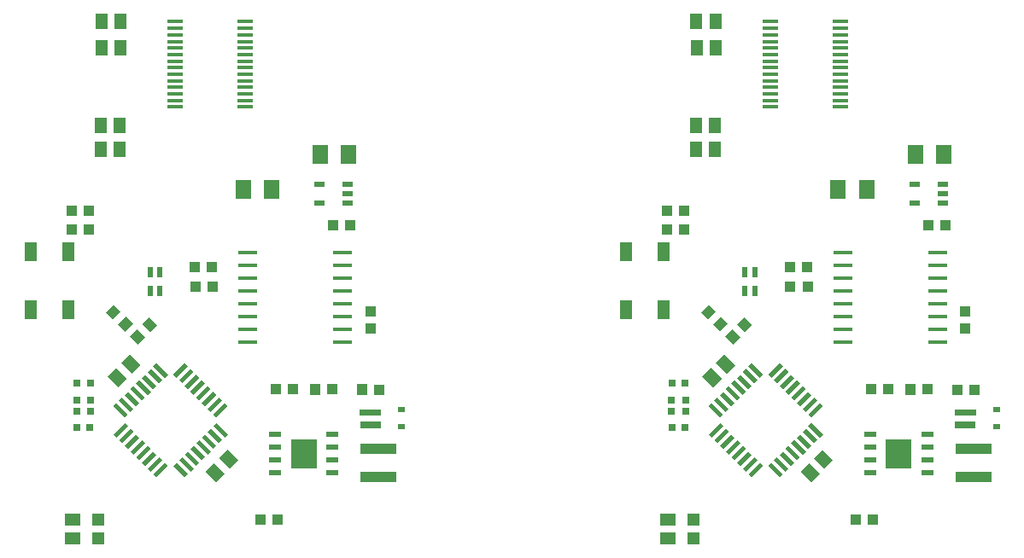
<source format=gbr>
%FSLAX34Y34*%
%MOMM*%
%LNSMDMASK_TOP*%
G71*
G01*
%ADD10R,1.200X1.900*%
%ADD11R,1.880X0.430*%
%ADD12R,1.100X1.000*%
%ADD13R,1.000X0.500*%
%ADD14R,1.500X1.900*%
%ADD15R,1.000X1.100*%
%ADD16R,1.300X1.200*%
%ADD17R,0.800X0.700*%
%ADD18R,1.550X0.320*%
%ADD19R,1.200X1.500*%
%ADD20R,1.500X1.200*%
%ADD21R,1.210X0.550*%
%ADD22R,2.550X2.900*%
%ADD23R,2.100X0.640*%
%ADD24R,3.600X1.100*%
%ADD25R,0.700X0.500*%
%ADD26R,0.500X1.100*%
%LPD*%
X86500Y326500D02*
G54D10*
D03*
X124000Y326500D02*
G54D10*
D03*
X86500Y269000D02*
G54D10*
D03*
X124000Y269000D02*
G54D10*
D03*
X395799Y236989D02*
G54D11*
D03*
X302099Y236989D02*
G54D11*
D03*
X395799Y249689D02*
G54D11*
D03*
X302099Y249689D02*
G54D11*
D03*
X395799Y262389D02*
G54D11*
D03*
X302099Y262389D02*
G54D11*
D03*
X395799Y275090D02*
G54D11*
D03*
X302099Y275089D02*
G54D11*
D03*
X395799Y287790D02*
G54D11*
D03*
X302099Y287789D02*
G54D11*
D03*
X395799Y300490D02*
G54D11*
D03*
X302099Y300489D02*
G54D11*
D03*
X395799Y313190D02*
G54D11*
D03*
X302099Y313190D02*
G54D11*
D03*
X395799Y325889D02*
G54D11*
D03*
X302099Y325889D02*
G54D11*
D03*
X423378Y267058D02*
G54D12*
D03*
X423378Y250058D02*
G54D12*
D03*
X401115Y374760D02*
G54D13*
D03*
X373115Y374760D02*
G54D13*
D03*
X401115Y384260D02*
G54D13*
D03*
X401115Y393760D02*
G54D13*
D03*
X373115Y393760D02*
G54D13*
D03*
X401715Y423060D02*
G54D14*
D03*
X373715Y423060D02*
G54D14*
D03*
X325315Y388460D02*
G54D14*
D03*
X297315Y388460D02*
G54D14*
D03*
X386814Y352560D02*
G54D15*
D03*
X403815Y352560D02*
G54D15*
D03*
G36*
X282132Y173391D02*
X270818Y162076D01*
X267636Y165258D01*
X278949Y176572D01*
X282132Y173391D01*
G37*
G36*
X276475Y179047D02*
X265162Y167733D01*
X261980Y170915D01*
X273293Y182229D01*
X276475Y179047D01*
G37*
G36*
X270818Y184704D02*
X259505Y173390D01*
X256323Y176572D01*
X267636Y187886D01*
X270818Y184704D01*
G37*
G36*
X265161Y190362D02*
X253848Y179047D01*
X250666Y182229D01*
X261979Y193543D01*
X265161Y190362D01*
G37*
G36*
X259505Y196019D02*
X248192Y184704D01*
X245009Y187886D01*
X256322Y199200D01*
X259505Y196019D01*
G37*
G36*
X253847Y201676D02*
X242534Y190361D01*
X239352Y193543D01*
X250665Y204857D01*
X253847Y201676D01*
G37*
G36*
X248190Y207332D02*
X236876Y196019D01*
X233694Y199201D01*
X245008Y210514D01*
X248190Y207332D01*
G37*
G36*
X242534Y212989D02*
X231220Y201676D01*
X228038Y204859D01*
X239353Y216171D01*
X242534Y212989D01*
G37*
G36*
X183140Y153592D02*
X171827Y142278D01*
X168645Y145459D01*
X179958Y156774D01*
X183140Y153592D01*
G37*
G36*
X188797Y147934D02*
X177483Y136620D01*
X174301Y139803D01*
X185616Y151116D01*
X188797Y147934D01*
G37*
G36*
X194455Y142277D02*
X183141Y130964D01*
X179959Y134146D01*
X191273Y145460D01*
X194455Y142277D01*
G37*
G36*
X200110Y136621D02*
X188797Y125307D01*
X185615Y128489D01*
X196928Y139803D01*
X200110Y136621D01*
G37*
G36*
X205768Y130963D02*
X194454Y119650D01*
X191272Y122832D01*
X202586Y134145D01*
X205768Y130963D01*
G37*
G36*
X211425Y125306D02*
X200111Y113993D01*
X196929Y117175D01*
X208243Y128488D01*
X211425Y125306D01*
G37*
G36*
X217081Y119650D02*
X205767Y108336D01*
X202585Y111518D01*
X213899Y122832D01*
X217081Y119650D01*
G37*
G36*
X222737Y113992D02*
X211423Y102678D01*
X208241Y105860D01*
X219555Y117174D01*
X222737Y113992D01*
G37*
G36*
X270819Y156773D02*
X282132Y145459D01*
X278950Y142277D01*
X267637Y153591D01*
X270819Y156773D01*
G37*
G36*
X265162Y151116D02*
X276476Y139803D01*
X273294Y136621D01*
X261980Y147934D01*
X265162Y151116D01*
G37*
G36*
X259506Y145460D02*
X270819Y134146D01*
X267637Y130964D01*
X256324Y142278D01*
X259506Y145460D01*
G37*
G36*
X253849Y139803D02*
X265163Y128489D01*
X261981Y125307D01*
X250667Y136621D01*
X253849Y139803D01*
G37*
G36*
X248191Y134145D02*
X259505Y122831D01*
X256324Y119649D01*
X245009Y130963D01*
X248191Y134145D01*
G37*
G36*
X242535Y128488D02*
X253849Y117174D01*
X250667Y113992D01*
X239353Y125306D01*
X242535Y128488D01*
G37*
G36*
X236878Y122830D02*
X248192Y111516D01*
X245010Y108334D01*
X233696Y119648D01*
X236878Y122830D01*
G37*
G36*
X231221Y117173D02*
X242535Y105860D01*
X239353Y102678D01*
X228039Y113991D01*
X231221Y117173D01*
G37*
G36*
X211422Y216172D02*
X222736Y204858D01*
X219554Y201676D01*
X208240Y212990D01*
X211422Y216172D01*
G37*
G36*
X205766Y210516D02*
X217079Y199201D01*
X213897Y196020D01*
X202584Y207334D01*
X205766Y210516D01*
G37*
G36*
X200110Y204859D02*
X211423Y193545D01*
X208241Y190363D01*
X196928Y201677D01*
X200110Y204859D01*
G37*
G36*
X194453Y199202D02*
X205767Y187888D01*
X202584Y184706D01*
X191271Y196020D01*
X194453Y199202D01*
G37*
G36*
X188797Y193544D02*
X200111Y182230D01*
X196929Y179048D01*
X185615Y190362D01*
X188797Y193544D01*
G37*
G36*
X183141Y187886D02*
X194454Y176572D01*
X191272Y173390D01*
X179959Y184704D01*
X183141Y187886D01*
G37*
G36*
X177483Y182229D02*
X188797Y170916D01*
X185615Y167734D01*
X174301Y179047D01*
X177483Y182229D01*
G37*
G36*
X171826Y176572D02*
X183140Y165259D01*
X179959Y162077D01*
X168644Y173390D01*
X171826Y176572D01*
G37*
G36*
X259693Y108363D02*
X268179Y116848D01*
X278785Y106241D01*
X270300Y97756D01*
X259693Y108363D01*
G37*
G36*
X273127Y121796D02*
X281612Y130282D01*
X292219Y119676D01*
X283734Y111190D01*
X273127Y121796D01*
G37*
G36*
X162690Y202880D02*
X171175Y211364D01*
X181781Y200757D01*
X173296Y192272D01*
X162690Y202880D01*
G37*
G36*
X176126Y216314D02*
X184611Y224799D01*
X195218Y214192D01*
X186732Y205707D01*
X176126Y216314D01*
G37*
X153820Y42045D02*
G54D16*
D03*
X153820Y61045D02*
G54D16*
D03*
X132134Y168311D02*
G54D17*
D03*
X146034Y168310D02*
G54D17*
D03*
X132134Y179311D02*
G54D17*
D03*
X146034Y179311D02*
G54D17*
D03*
X145573Y152198D02*
G54D17*
D03*
X132574Y152198D02*
G54D17*
D03*
X145642Y195826D02*
G54D17*
D03*
X132643Y195827D02*
G54D17*
D03*
X299643Y470275D02*
G54D18*
D03*
X299644Y476775D02*
G54D18*
D03*
X299644Y483275D02*
G54D18*
D03*
X299644Y489775D02*
G54D18*
D03*
X299644Y496275D02*
G54D18*
D03*
X299644Y502775D02*
G54D18*
D03*
X299644Y509275D02*
G54D18*
D03*
X299644Y515775D02*
G54D18*
D03*
X299644Y522275D02*
G54D18*
D03*
X299644Y528775D02*
G54D18*
D03*
X299644Y535275D02*
G54D18*
D03*
X299644Y541775D02*
G54D18*
D03*
X299644Y548275D02*
G54D18*
D03*
X299644Y554775D02*
G54D18*
D03*
X229644Y470275D02*
G54D18*
D03*
X229644Y476775D02*
G54D18*
D03*
X229644Y483275D02*
G54D18*
D03*
X229644Y489775D02*
G54D18*
D03*
X229644Y496275D02*
G54D18*
D03*
X229644Y502775D02*
G54D18*
D03*
X229644Y509275D02*
G54D18*
D03*
X229644Y515775D02*
G54D18*
D03*
X229644Y522275D02*
G54D18*
D03*
X229644Y528775D02*
G54D18*
D03*
X229644Y535275D02*
G54D18*
D03*
X229644Y541775D02*
G54D18*
D03*
X229644Y548275D02*
G54D18*
D03*
X229644Y554775D02*
G54D18*
D03*
X175250Y427900D02*
G54D19*
D03*
X156250Y427900D02*
G54D19*
D03*
G36*
X150186Y459557D02*
X162186Y459557D01*
X162186Y444557D01*
X150186Y444557D01*
X150186Y459557D01*
G37*
X175186Y452057D02*
G54D19*
D03*
X175882Y529170D02*
G54D19*
D03*
X156882Y529170D02*
G54D19*
D03*
X175768Y555523D02*
G54D19*
D03*
X156767Y555523D02*
G54D19*
D03*
X128323Y60818D02*
G54D20*
D03*
X128323Y41820D02*
G54D20*
D03*
X249600Y311700D02*
G54D15*
D03*
X266600Y311700D02*
G54D15*
D03*
X249900Y291500D02*
G54D15*
D03*
X266900Y291500D02*
G54D15*
D03*
X386000Y145100D02*
G54D21*
D03*
X386000Y132400D02*
G54D21*
D03*
X386000Y119700D02*
G54D21*
D03*
X386000Y107000D02*
G54D21*
D03*
X329100Y145100D02*
G54D21*
D03*
X329100Y132400D02*
G54D21*
D03*
X329100Y119700D02*
G54D21*
D03*
X329100Y107000D02*
G54D21*
D03*
X357400Y126100D02*
G54D22*
D03*
X330100Y190000D02*
G54D15*
D03*
X347100Y190000D02*
G54D15*
D03*
G36*
X363900Y195500D02*
X373900Y195500D01*
X373900Y184500D01*
X363900Y184500D01*
X363900Y195500D01*
G37*
X385900Y190000D02*
G54D15*
D03*
G36*
X410500Y195200D02*
X420500Y195200D01*
X420500Y184200D01*
X410500Y184200D01*
X410500Y195200D01*
G37*
X432500Y189700D02*
G54D15*
D03*
G36*
X412900Y170100D02*
X433900Y170100D01*
X433900Y163700D01*
X412900Y163700D01*
X412900Y170100D01*
G37*
X423400Y154400D02*
G54D23*
D03*
X431400Y130900D02*
G54D24*
D03*
X431400Y130900D02*
G54D24*
D03*
X431400Y102900D02*
G54D24*
D03*
X454275Y170088D02*
G54D25*
D03*
X454275Y153087D02*
G54D25*
D03*
X314500Y60900D02*
G54D15*
D03*
X331500Y60900D02*
G54D15*
D03*
X144540Y367179D02*
G54D15*
D03*
X127540Y367179D02*
G54D15*
D03*
G36*
X168946Y274143D02*
X176018Y267072D01*
X168239Y259294D01*
X161168Y266365D01*
X168946Y274143D01*
G37*
G36*
X180967Y262123D02*
X188038Y255052D01*
X180260Y247273D01*
X173189Y254344D01*
X180967Y262123D01*
G37*
G36*
X212059Y253666D02*
X204988Y246595D01*
X197209Y254373D01*
X204280Y261444D01*
X212059Y253666D01*
G37*
G36*
X200038Y241645D02*
X192967Y234573D01*
X185189Y242351D01*
X192260Y249423D01*
X200038Y241645D01*
G37*
X144440Y348679D02*
G54D15*
D03*
X127440Y348679D02*
G54D15*
D03*
X214407Y287916D02*
G54D26*
D03*
X204907Y287916D02*
G54D26*
D03*
X214407Y305917D02*
G54D26*
D03*
X204907Y305917D02*
G54D26*
D03*
X676500Y326500D02*
G54D10*
D03*
X714000Y326500D02*
G54D10*
D03*
X676500Y269000D02*
G54D10*
D03*
X714000Y269000D02*
G54D10*
D03*
X985799Y236989D02*
G54D11*
D03*
X892099Y236989D02*
G54D11*
D03*
X985799Y249689D02*
G54D11*
D03*
X892099Y249689D02*
G54D11*
D03*
X985799Y262389D02*
G54D11*
D03*
X892099Y262389D02*
G54D11*
D03*
X985799Y275090D02*
G54D11*
D03*
X892099Y275089D02*
G54D11*
D03*
X985799Y287790D02*
G54D11*
D03*
X892099Y287789D02*
G54D11*
D03*
X985799Y300490D02*
G54D11*
D03*
X892099Y300489D02*
G54D11*
D03*
X985799Y313190D02*
G54D11*
D03*
X892099Y313190D02*
G54D11*
D03*
X985799Y325889D02*
G54D11*
D03*
X892099Y325889D02*
G54D11*
D03*
X1013378Y267058D02*
G54D12*
D03*
X1013378Y250058D02*
G54D12*
D03*
X991115Y374760D02*
G54D13*
D03*
X963115Y374760D02*
G54D13*
D03*
X991115Y384260D02*
G54D13*
D03*
X991115Y393760D02*
G54D13*
D03*
X963115Y393760D02*
G54D13*
D03*
X991715Y423060D02*
G54D14*
D03*
X963715Y423060D02*
G54D14*
D03*
X915315Y388460D02*
G54D14*
D03*
X887315Y388460D02*
G54D14*
D03*
X976814Y352560D02*
G54D15*
D03*
X993815Y352560D02*
G54D15*
D03*
G36*
X872132Y173390D02*
X860819Y162076D01*
X857637Y165258D01*
X868950Y176572D01*
X872132Y173390D01*
G37*
G36*
X866476Y179047D02*
X855162Y167733D01*
X851980Y170915D01*
X863293Y182229D01*
X866476Y179047D01*
G37*
G36*
X860818Y184705D02*
X849505Y173390D01*
X846323Y176572D01*
X857636Y187886D01*
X860818Y184705D01*
G37*
G36*
X855161Y190362D02*
X843848Y179047D01*
X840666Y182229D01*
X851979Y193544D01*
X855161Y190362D01*
G37*
G36*
X849505Y196019D02*
X838192Y184704D01*
X835010Y187886D01*
X846323Y199200D01*
X849505Y196019D01*
G37*
G36*
X843847Y201675D02*
X832534Y190361D01*
X829352Y193543D01*
X840665Y204857D01*
X843847Y201675D01*
G37*
G36*
X838190Y207332D02*
X826876Y196019D01*
X823695Y199201D01*
X835008Y210514D01*
X838190Y207332D01*
G37*
G36*
X832535Y212988D02*
X821220Y201676D01*
X818038Y204859D01*
X829353Y216171D01*
X832535Y212988D01*
G37*
G36*
X773141Y153592D02*
X761827Y142278D01*
X758645Y145459D01*
X769959Y156774D01*
X773141Y153592D01*
G37*
G36*
X778798Y147934D02*
X767484Y136620D01*
X764302Y139802D01*
X775616Y151116D01*
X778798Y147934D01*
G37*
G36*
X784455Y142277D02*
X773141Y130964D01*
X769959Y134146D01*
X781273Y145459D01*
X784455Y142277D01*
G37*
G36*
X790111Y136621D02*
X778797Y125307D01*
X775615Y128489D01*
X786929Y139803D01*
X790111Y136621D01*
G37*
G36*
X795769Y130963D02*
X784454Y119649D01*
X781273Y122832D01*
X792587Y134145D01*
X795769Y130963D01*
G37*
G36*
X801425Y125306D02*
X790111Y113993D01*
X786929Y117175D01*
X798243Y128488D01*
X801425Y125306D01*
G37*
G36*
X807081Y119650D02*
X795768Y108336D01*
X792586Y111518D01*
X803899Y122832D01*
X807081Y119650D01*
G37*
G36*
X812737Y113992D02*
X801424Y102678D01*
X798242Y105860D01*
X809555Y117174D01*
X812737Y113992D01*
G37*
G36*
X860820Y156773D02*
X872133Y145459D01*
X868950Y142277D01*
X857637Y153591D01*
X860820Y156773D01*
G37*
G36*
X855162Y151116D02*
X866477Y139803D01*
X863295Y136621D01*
X851981Y147934D01*
X855162Y151116D01*
G37*
G36*
X849506Y145460D02*
X860820Y134146D01*
X857638Y130964D01*
X846324Y142278D01*
X849506Y145460D01*
G37*
G36*
X843849Y139802D02*
X855163Y128489D01*
X851981Y125307D01*
X840667Y136620D01*
X843849Y139802D01*
G37*
G36*
X838192Y134144D02*
X849506Y122831D01*
X846324Y119649D01*
X835010Y130962D01*
X838192Y134144D01*
G37*
G36*
X832536Y128487D02*
X843849Y117173D01*
X840667Y113991D01*
X829354Y125306D01*
X832536Y128487D01*
G37*
G36*
X826879Y122830D02*
X838192Y111516D01*
X835010Y108334D01*
X823697Y119648D01*
X826879Y122830D01*
G37*
G36*
X821222Y117173D02*
X832536Y105859D01*
X829353Y102677D01*
X818040Y113991D01*
X821222Y117173D01*
G37*
G36*
X801422Y216172D02*
X812736Y204858D01*
X809554Y201676D01*
X798240Y212990D01*
X801422Y216172D01*
G37*
G36*
X795767Y210516D02*
X807079Y199201D01*
X803897Y196020D01*
X792584Y207334D01*
X795767Y210516D01*
G37*
G36*
X790110Y204859D02*
X801424Y193545D01*
X798241Y190363D01*
X786928Y201677D01*
X790110Y204859D01*
G37*
G36*
X784453Y199202D02*
X795767Y187887D01*
X792585Y184706D01*
X781271Y196020D01*
X784453Y199202D01*
G37*
G36*
X778798Y193544D02*
X790111Y182230D01*
X786929Y179048D01*
X775616Y190362D01*
X778798Y193544D01*
G37*
G36*
X773141Y187885D02*
X784455Y176572D01*
X781273Y173390D01*
X769959Y184703D01*
X773141Y187885D01*
G37*
G36*
X767483Y182229D02*
X778797Y170916D01*
X775615Y167734D01*
X764301Y179047D01*
X767483Y182229D01*
G37*
G36*
X761826Y176572D02*
X773141Y165259D01*
X769959Y162076D01*
X758644Y173389D01*
X761826Y176572D01*
G37*
G36*
X849694Y108362D02*
X858179Y116848D01*
X868786Y106241D01*
X860300Y97756D01*
X849694Y108362D01*
G37*
G36*
X863127Y121796D02*
X871612Y130282D01*
X882219Y119675D01*
X873734Y111190D01*
X863127Y121796D01*
G37*
G36*
X752690Y202879D02*
X761175Y211364D01*
X771782Y200757D01*
X763296Y192272D01*
X752690Y202879D01*
G37*
G36*
X766126Y216314D02*
X774612Y224799D01*
X785218Y214192D01*
X776732Y205707D01*
X766126Y216314D01*
G37*
X743820Y42045D02*
G54D16*
D03*
X743820Y61045D02*
G54D16*
D03*
X722134Y168311D02*
G54D17*
D03*
X736034Y168310D02*
G54D17*
D03*
X722135Y179311D02*
G54D17*
D03*
X736034Y179311D02*
G54D17*
D03*
X735573Y152198D02*
G54D17*
D03*
X722574Y152198D02*
G54D17*
D03*
X735642Y195826D02*
G54D17*
D03*
X722643Y195827D02*
G54D17*
D03*
X889644Y470275D02*
G54D18*
D03*
X889644Y476775D02*
G54D18*
D03*
X889644Y483275D02*
G54D18*
D03*
X889644Y489775D02*
G54D18*
D03*
X889644Y496275D02*
G54D18*
D03*
X889644Y502775D02*
G54D18*
D03*
X889644Y509275D02*
G54D18*
D03*
X889644Y515775D02*
G54D18*
D03*
X889644Y522275D02*
G54D18*
D03*
X889644Y528775D02*
G54D18*
D03*
X889644Y535275D02*
G54D18*
D03*
X889644Y541775D02*
G54D18*
D03*
X889644Y548275D02*
G54D18*
D03*
X889644Y554775D02*
G54D18*
D03*
X819644Y470275D02*
G54D18*
D03*
X819644Y476775D02*
G54D18*
D03*
X819644Y483275D02*
G54D18*
D03*
X819644Y489775D02*
G54D18*
D03*
X819644Y496275D02*
G54D18*
D03*
X819644Y502775D02*
G54D18*
D03*
X819644Y509275D02*
G54D18*
D03*
X819644Y515775D02*
G54D18*
D03*
X819644Y522275D02*
G54D18*
D03*
X819644Y528775D02*
G54D18*
D03*
X819644Y535275D02*
G54D18*
D03*
X819644Y541775D02*
G54D18*
D03*
X819644Y548275D02*
G54D18*
D03*
X819644Y554775D02*
G54D18*
D03*
X765250Y427900D02*
G54D19*
D03*
X746250Y427900D02*
G54D19*
D03*
G36*
X740186Y459557D02*
X752186Y459557D01*
X752186Y444557D01*
X740186Y444557D01*
X740186Y459557D01*
G37*
X765186Y452057D02*
G54D19*
D03*
X765882Y529170D02*
G54D19*
D03*
X746882Y529170D02*
G54D19*
D03*
X765768Y555523D02*
G54D19*
D03*
X746767Y555523D02*
G54D19*
D03*
X718323Y60818D02*
G54D20*
D03*
X718323Y41820D02*
G54D20*
D03*
X839600Y311700D02*
G54D15*
D03*
X856600Y311700D02*
G54D15*
D03*
X839900Y291500D02*
G54D15*
D03*
X856900Y291500D02*
G54D15*
D03*
X976000Y145100D02*
G54D21*
D03*
X976000Y132400D02*
G54D21*
D03*
X976000Y119700D02*
G54D21*
D03*
X976000Y107000D02*
G54D21*
D03*
X919100Y145100D02*
G54D21*
D03*
X919100Y132400D02*
G54D21*
D03*
X919100Y119700D02*
G54D21*
D03*
X919100Y107000D02*
G54D21*
D03*
X947400Y126100D02*
G54D22*
D03*
X920100Y190000D02*
G54D15*
D03*
X937100Y190000D02*
G54D15*
D03*
G36*
X953900Y195500D02*
X963900Y195500D01*
X963900Y184500D01*
X953900Y184500D01*
X953900Y195500D01*
G37*
X975900Y190000D02*
G54D15*
D03*
X1005500Y189700D02*
G54D15*
D03*
X1022500Y189700D02*
G54D15*
D03*
G36*
X1002900Y170100D02*
X1023900Y170100D01*
X1023900Y163700D01*
X1002900Y163700D01*
X1002900Y170100D01*
G37*
X1013400Y154400D02*
G54D23*
D03*
X1021400Y130900D02*
G54D24*
D03*
X1021400Y130900D02*
G54D24*
D03*
X1021400Y102900D02*
G54D24*
D03*
X1044275Y170088D02*
G54D25*
D03*
X1044275Y153088D02*
G54D25*
D03*
X904500Y60900D02*
G54D15*
D03*
X921500Y60900D02*
G54D15*
D03*
X734540Y367179D02*
G54D15*
D03*
X717540Y367179D02*
G54D15*
D03*
G36*
X758946Y274143D02*
X766018Y267072D01*
X758240Y259294D01*
X751168Y266365D01*
X758946Y274143D01*
G37*
G36*
X770968Y262122D02*
X778038Y255051D01*
X770260Y247273D01*
X763189Y254344D01*
X770968Y262122D01*
G37*
G36*
X802059Y253666D02*
X794988Y246594D01*
X787210Y254373D01*
X794281Y261444D01*
X802059Y253666D01*
G37*
G36*
X790038Y241644D02*
X782967Y234573D01*
X775189Y242352D01*
X782260Y249422D01*
X790038Y241644D01*
G37*
X734440Y348679D02*
G54D15*
D03*
X717440Y348679D02*
G54D15*
D03*
X804407Y287916D02*
G54D26*
D03*
X794907Y287916D02*
G54D26*
D03*
X804407Y305917D02*
G54D26*
D03*
X794907Y305917D02*
G54D26*
D03*
M02*

</source>
